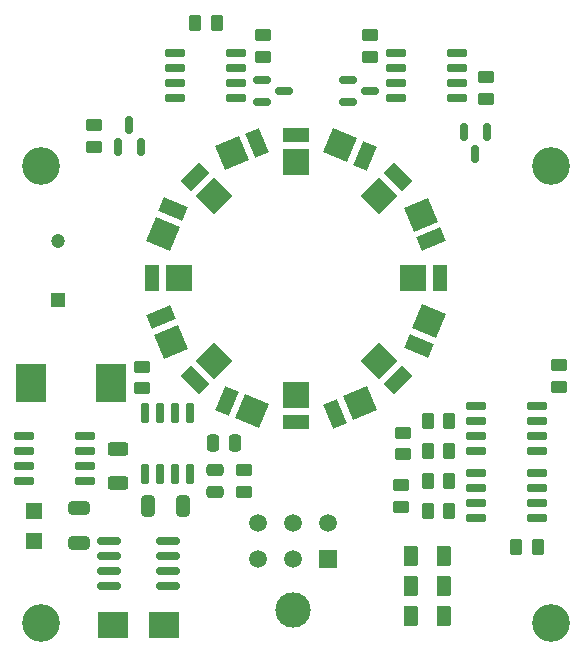
<source format=gbr>
%TF.GenerationSoftware,KiCad,Pcbnew,6.0.1-79c1e3a40b~116~ubuntu20.04.1*%
%TF.CreationDate,2022-01-23T15:23:12-08:00*%
%TF.ProjectId,led-ring-driver,6c65642d-7269-46e6-972d-647269766572,rev?*%
%TF.SameCoordinates,Original*%
%TF.FileFunction,Soldermask,Top*%
%TF.FilePolarity,Negative*%
%FSLAX46Y46*%
G04 Gerber Fmt 4.6, Leading zero omitted, Abs format (unit mm)*
G04 Created by KiCad (PCBNEW 6.0.1-79c1e3a40b~116~ubuntu20.04.1) date 2022-01-23 15:23:12*
%MOMM*%
%LPD*%
G01*
G04 APERTURE LIST*
G04 Aperture macros list*
%AMRoundRect*
0 Rectangle with rounded corners*
0 $1 Rounding radius*
0 $2 $3 $4 $5 $6 $7 $8 $9 X,Y pos of 4 corners*
0 Add a 4 corners polygon primitive as box body*
4,1,4,$2,$3,$4,$5,$6,$7,$8,$9,$2,$3,0*
0 Add four circle primitives for the rounded corners*
1,1,$1+$1,$2,$3*
1,1,$1+$1,$4,$5*
1,1,$1+$1,$6,$7*
1,1,$1+$1,$8,$9*
0 Add four rect primitives between the rounded corners*
20,1,$1+$1,$2,$3,$4,$5,0*
20,1,$1+$1,$4,$5,$6,$7,0*
20,1,$1+$1,$6,$7,$8,$9,0*
20,1,$1+$1,$8,$9,$2,$3,0*%
%AMRotRect*
0 Rectangle, with rotation*
0 The origin of the aperture is its center*
0 $1 length*
0 $2 width*
0 $3 Rotation angle, in degrees counterclockwise*
0 Add horizontal line*
21,1,$1,$2,0,0,$3*%
G04 Aperture macros list end*
%ADD10RoundRect,0.250000X-0.262500X-0.450000X0.262500X-0.450000X0.262500X0.450000X-0.262500X0.450000X0*%
%ADD11RotRect,2.200000X2.200000X292.500000*%
%ADD12RotRect,1.250000X2.200000X292.500000*%
%ADD13RotRect,2.200000X2.200000X45.000000*%
%ADD14RotRect,1.250000X2.200000X45.000000*%
%ADD15RotRect,2.200000X2.200000X247.500000*%
%ADD16RotRect,1.250000X2.200000X247.500000*%
%ADD17R,2.200000X2.200000*%
%ADD18R,2.200000X1.250000*%
%ADD19RoundRect,0.250000X0.325000X0.650000X-0.325000X0.650000X-0.325000X-0.650000X0.325000X-0.650000X0*%
%ADD20RoundRect,0.250000X-0.375000X-0.625000X0.375000X-0.625000X0.375000X0.625000X-0.375000X0.625000X0*%
%ADD21RoundRect,0.150000X-0.725000X-0.150000X0.725000X-0.150000X0.725000X0.150000X-0.725000X0.150000X0*%
%ADD22C,3.200000*%
%ADD23RoundRect,0.250000X0.650000X-0.325000X0.650000X0.325000X-0.650000X0.325000X-0.650000X-0.325000X0*%
%ADD24RotRect,2.200000X2.200000X225.000000*%
%ADD25RotRect,1.250000X2.200000X225.000000*%
%ADD26C,2.999999*%
%ADD27R,1.520000X1.520000*%
%ADD28C,1.520000*%
%ADD29RoundRect,0.250000X0.450000X-0.262500X0.450000X0.262500X-0.450000X0.262500X-0.450000X-0.262500X0*%
%ADD30RotRect,2.200000X2.200000X135.000000*%
%ADD31RotRect,1.250000X2.200000X135.000000*%
%ADD32RoundRect,0.250000X-0.450000X0.262500X-0.450000X-0.262500X0.450000X-0.262500X0.450000X0.262500X0*%
%ADD33RotRect,2.200000X2.200000X337.500000*%
%ADD34RotRect,1.250000X2.200000X337.500000*%
%ADD35RotRect,2.200000X2.200000X202.500000*%
%ADD36RotRect,1.250000X2.200000X202.500000*%
%ADD37RotRect,2.200000X2.200000X157.500000*%
%ADD38RotRect,1.250000X2.200000X157.500000*%
%ADD39RotRect,2.200000X2.200000X112.500000*%
%ADD40RotRect,1.250000X2.200000X112.500000*%
%ADD41RoundRect,0.150000X-0.825000X-0.150000X0.825000X-0.150000X0.825000X0.150000X-0.825000X0.150000X0*%
%ADD42R,1.397000X1.473200*%
%ADD43R,1.250000X2.200000*%
%ADD44RoundRect,0.250000X0.475000X-0.250000X0.475000X0.250000X-0.475000X0.250000X-0.475000X-0.250000X0*%
%ADD45RoundRect,0.150000X-0.150000X0.587500X-0.150000X-0.587500X0.150000X-0.587500X0.150000X0.587500X0*%
%ADD46R,2.500000X2.300000*%
%ADD47C,1.200000*%
%ADD48R,1.200000X1.200000*%
%ADD49RotRect,2.200000X2.200000X67.500000*%
%ADD50RotRect,1.250000X2.200000X67.500000*%
%ADD51RoundRect,0.150000X-0.587500X-0.150000X0.587500X-0.150000X0.587500X0.150000X-0.587500X0.150000X0*%
%ADD52RoundRect,0.250000X0.250000X0.475000X-0.250000X0.475000X-0.250000X-0.475000X0.250000X-0.475000X0*%
%ADD53RoundRect,0.250000X0.625000X-0.312500X0.625000X0.312500X-0.625000X0.312500X-0.625000X-0.312500X0*%
%ADD54RoundRect,0.150000X-0.150000X0.725000X-0.150000X-0.725000X0.150000X-0.725000X0.150000X0.725000X0*%
%ADD55RoundRect,0.150000X0.725000X0.150000X-0.725000X0.150000X-0.725000X-0.150000X0.725000X-0.150000X0*%
%ADD56RotRect,2.200000X2.200000X22.500000*%
%ADD57RotRect,1.250000X2.200000X22.500000*%
%ADD58RotRect,2.200000X2.200000X315.000000*%
%ADD59RotRect,1.250000X2.200000X315.000000*%
%ADD60RoundRect,0.150000X0.150000X-0.587500X0.150000X0.587500X-0.150000X0.587500X-0.150000X-0.587500X0*%
%ADD61R,2.500000X3.300000*%
G04 APERTURE END LIST*
D10*
%TO.C,R13*%
X162917500Y-108585000D03*
X164742500Y-108585000D03*
%TD*%
D11*
%TO.C,D16*%
X162342585Y-83496508D03*
D12*
X163213190Y-85598334D03*
%TD*%
D13*
%TO.C,D14*%
X158748604Y-81916396D03*
D14*
X160357272Y-80307728D03*
%TD*%
D15*
%TO.C,D18*%
X163031415Y-92513508D03*
D16*
X162160810Y-94615334D03*
%TD*%
D17*
%TO.C,D11*%
X151765000Y-98795000D03*
D18*
X151765000Y-101070000D03*
%TD*%
D10*
%TO.C,R10*%
X162917500Y-100965000D03*
X164742500Y-100965000D03*
%TD*%
D19*
%TO.C,C3*%
X142191000Y-108204000D03*
X139241000Y-108204000D03*
%TD*%
D20*
%TO.C,D20*%
X161517500Y-114935000D03*
X164317500Y-114935000D03*
%TD*%
D21*
%TO.C,U3*%
X160210500Y-69850000D03*
X160210500Y-71120000D03*
X160210500Y-72390000D03*
X160210500Y-73660000D03*
X165360500Y-73660000D03*
X165360500Y-72390000D03*
X165360500Y-71120000D03*
X165360500Y-69850000D03*
%TD*%
D22*
%TO.C,*%
X173355000Y-79375000D03*
%TD*%
D23*
%TO.C,C2*%
X133350000Y-111330000D03*
X133350000Y-108380000D03*
%TD*%
D24*
%TO.C,D7*%
X144781396Y-95883604D03*
D25*
X143172728Y-97492272D03*
%TD*%
D26*
%TO.C,J1*%
X151493502Y-116963000D03*
D27*
X154493501Y-112643001D03*
D28*
X151493502Y-112643001D03*
X148493503Y-112643001D03*
X154493501Y-109643002D03*
X151493502Y-109643002D03*
X148493503Y-109643002D03*
%TD*%
D29*
%TO.C,R9*%
X160655000Y-108227500D03*
X160655000Y-106402500D03*
%TD*%
D30*
%TO.C,D6*%
X144781396Y-81916396D03*
D31*
X143172728Y-80307728D03*
%TD*%
D32*
%TO.C,R5*%
X147320000Y-105132500D03*
X147320000Y-106957500D03*
%TD*%
D33*
%TO.C,D12*%
X155505508Y-77633585D03*
D34*
X157607334Y-78504190D03*
%TD*%
D32*
%TO.C,R6*%
X148971000Y-68302500D03*
X148971000Y-70127500D03*
%TD*%
%TO.C,R1*%
X134620000Y-75922500D03*
X134620000Y-77747500D03*
%TD*%
D35*
%TO.C,D13*%
X157168492Y-99477585D03*
D36*
X155066666Y-100348190D03*
%TD*%
D37*
%TO.C,D9*%
X148024492Y-100166415D03*
D38*
X145922666Y-99295810D03*
%TD*%
D21*
%TO.C,U5*%
X166970000Y-105410000D03*
X166970000Y-106680000D03*
X166970000Y-107950000D03*
X166970000Y-109220000D03*
X172120000Y-109220000D03*
X172120000Y-107950000D03*
X172120000Y-106680000D03*
X172120000Y-105410000D03*
%TD*%
D39*
%TO.C,D5*%
X141187415Y-94303492D03*
D40*
X140316810Y-92201666D03*
%TD*%
D20*
%TO.C,D21*%
X161517500Y-117475000D03*
X164317500Y-117475000D03*
%TD*%
D29*
%TO.C,R8*%
X160782000Y-103782500D03*
X160782000Y-101957500D03*
%TD*%
D20*
%TO.C,D19*%
X161517500Y-112395000D03*
X164317500Y-112395000D03*
%TD*%
D41*
%TO.C,Q3*%
X135955000Y-111125000D03*
X135955000Y-112395000D03*
X135955000Y-113665000D03*
X135955000Y-114935000D03*
X140905000Y-114935000D03*
X140905000Y-113665000D03*
X140905000Y-112395000D03*
X140905000Y-111125000D03*
%TD*%
D32*
%TO.C,R7*%
X157988000Y-68302500D03*
X157988000Y-70127500D03*
%TD*%
D17*
%TO.C,D10*%
X151765000Y-79005000D03*
D18*
X151765000Y-76730000D03*
%TD*%
D22*
%TO.C,*%
X173355000Y-118110000D03*
%TD*%
D42*
%TO.C,L1*%
X129540000Y-111120800D03*
X129540000Y-108589200D03*
%TD*%
D10*
%TO.C,R11*%
X162917500Y-103505000D03*
X164742500Y-103505000D03*
%TD*%
D17*
%TO.C,D4*%
X141870000Y-88900000D03*
D43*
X139595000Y-88900000D03*
%TD*%
D22*
%TO.C,*%
X130175000Y-79375000D03*
%TD*%
D44*
%TO.C,C4*%
X144907000Y-106995000D03*
X144907000Y-105095000D03*
%TD*%
D32*
%TO.C,R3*%
X138684000Y-96369500D03*
X138684000Y-98194500D03*
%TD*%
D10*
%TO.C,R4*%
X143232500Y-67310000D03*
X145057500Y-67310000D03*
%TD*%
D45*
%TO.C,Q6*%
X167891500Y-76532500D03*
X165991500Y-76532500D03*
X166941500Y-78407500D03*
%TD*%
D46*
%TO.C,D2*%
X140580000Y-118237000D03*
X136280000Y-118237000D03*
%TD*%
D47*
%TO.C,C1*%
X131572000Y-85765000D03*
D48*
X131572000Y-90765000D03*
%TD*%
D49*
%TO.C,D3*%
X140498585Y-85159492D03*
D50*
X141369190Y-83057666D03*
%TD*%
D21*
%TO.C,U2*%
X141535000Y-69850000D03*
X141535000Y-71120000D03*
X141535000Y-72390000D03*
X141535000Y-73660000D03*
X146685000Y-73660000D03*
X146685000Y-72390000D03*
X146685000Y-71120000D03*
X146685000Y-69850000D03*
%TD*%
%TO.C,U4*%
X166970000Y-99695000D03*
X166970000Y-100965000D03*
X166970000Y-102235000D03*
X166970000Y-103505000D03*
X172120000Y-103505000D03*
X172120000Y-102235000D03*
X172120000Y-100965000D03*
X172120000Y-99695000D03*
%TD*%
D51*
%TO.C,Q4*%
X148887500Y-72075000D03*
X148887500Y-73975000D03*
X150762500Y-73025000D03*
%TD*%
%TO.C,Q5*%
X156168000Y-72075000D03*
X156168000Y-73975000D03*
X158043000Y-73025000D03*
%TD*%
D52*
%TO.C,C5*%
X146619000Y-102870000D03*
X144719000Y-102870000D03*
%TD*%
D53*
%TO.C,R2*%
X136652000Y-106237500D03*
X136652000Y-103312500D03*
%TD*%
D54*
%TO.C,U1*%
X142748000Y-100295000D03*
X141478000Y-100295000D03*
X140208000Y-100295000D03*
X138938000Y-100295000D03*
X138938000Y-105445000D03*
X140208000Y-105445000D03*
X141478000Y-105445000D03*
X142748000Y-105445000D03*
%TD*%
D55*
%TO.C,Q1*%
X133893000Y-106045000D03*
X133893000Y-104775000D03*
X133893000Y-103505000D03*
X133893000Y-102235000D03*
X128743000Y-102235000D03*
X128743000Y-103505000D03*
X128743000Y-104775000D03*
X128743000Y-106045000D03*
%TD*%
D56*
%TO.C,D8*%
X146361508Y-78322415D03*
D57*
X148463334Y-77451810D03*
%TD*%
D22*
%TO.C,*%
X130175000Y-118110000D03*
%TD*%
D10*
%TO.C,R12*%
X162917500Y-106045000D03*
X164742500Y-106045000D03*
%TD*%
D58*
%TO.C,D15*%
X158748604Y-95883604D03*
D59*
X160357272Y-97492272D03*
%TD*%
D29*
%TO.C,R16*%
X173990000Y-98067500D03*
X173990000Y-96242500D03*
%TD*%
D60*
%TO.C,Q2*%
X136692500Y-77772500D03*
X138592500Y-77772500D03*
X137642500Y-75897500D03*
%TD*%
D17*
%TO.C,D17*%
X161660000Y-88900000D03*
D43*
X163935000Y-88900000D03*
%TD*%
D10*
%TO.C,R15*%
X170410500Y-111633000D03*
X172235500Y-111633000D03*
%TD*%
D61*
%TO.C,D1*%
X136115000Y-97790000D03*
X129315000Y-97790000D03*
%TD*%
D32*
%TO.C,R14*%
X167830500Y-71858500D03*
X167830500Y-73683500D03*
%TD*%
M02*

</source>
